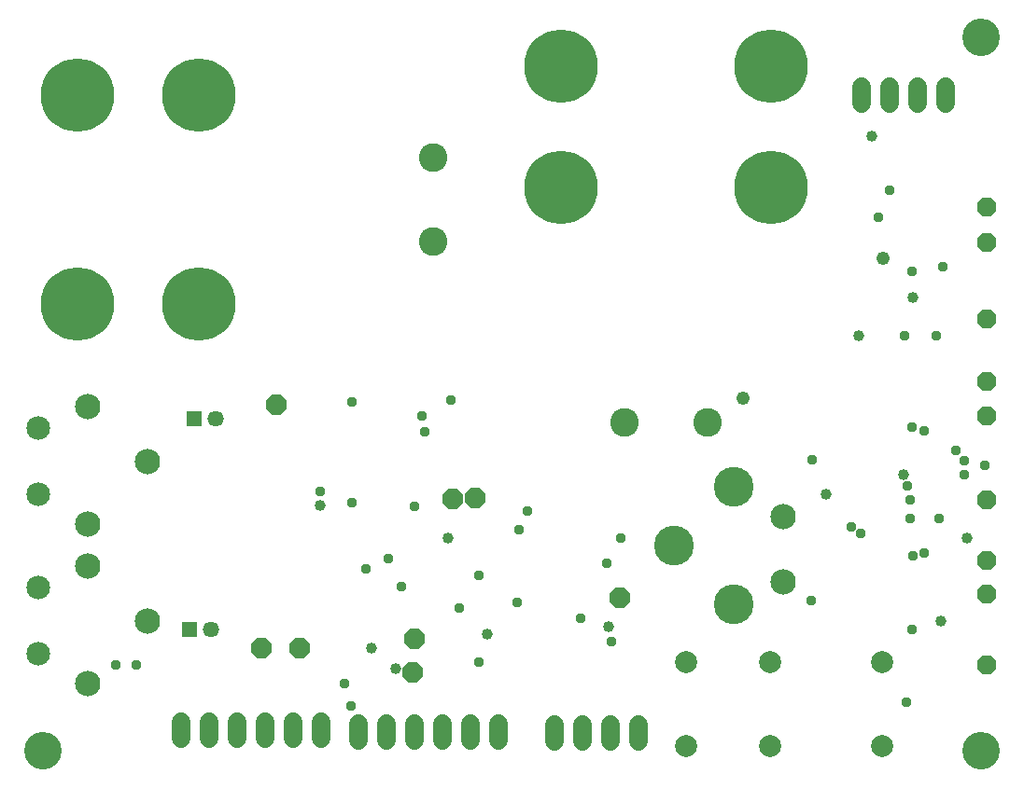
<source format=gbr>
G04 EAGLE Gerber RS-274X export*
G75*
%MOMM*%
%FSLAX34Y34*%
%LPD*%
%INSoldermask Bottom*%
%IPPOS*%
%AMOC8*
5,1,8,0,0,1.08239X$1,22.5*%
G01*
%ADD10C,3.403200*%
%ADD11P,1.951982X8X22.500000*%
%ADD12R,1.461200X1.461200*%
%ADD13C,1.461200*%
%ADD14C,6.665200*%
%ADD15C,2.603200*%
%ADD16C,2.303200*%
%ADD17C,2.153200*%
%ADD18C,2.003200*%
%ADD19C,1.711200*%
%ADD20C,3.603200*%
%ADD21P,1.869504X8X22.500000*%
%ADD22C,0.959600*%
%ADD23C,1.209600*%
%ADD24C,1.009600*%


D10*
X228600Y63500D03*
X1079500Y63500D03*
X1079500Y711200D03*
D11*
X563870Y134085D03*
X620430Y292600D03*
X426515Y156125D03*
X439820Y377395D03*
X600085Y292275D03*
X461420Y156815D03*
X751860Y202320D03*
X565500Y164505D03*
D12*
X361140Y173325D03*
D13*
X381140Y173325D03*
D12*
X365165Y364860D03*
D13*
X385165Y364860D03*
D14*
X259420Y468570D03*
X369420Y468570D03*
D15*
X582420Y525570D03*
X582420Y601570D03*
D14*
X369420Y658570D03*
X259420Y658570D03*
X698500Y684530D03*
X698500Y574530D03*
D15*
X755500Y361530D03*
X831500Y361530D03*
D14*
X888500Y574530D03*
X888500Y684530D03*
D16*
X268985Y231265D03*
X268985Y124265D03*
D17*
X223985Y211265D03*
X223985Y151265D03*
D16*
X322985Y181265D03*
D18*
X989265Y143315D03*
X887665Y143315D03*
X811465Y143315D03*
X811465Y67115D03*
X887665Y67115D03*
X989265Y67115D03*
D16*
X268985Y376045D03*
X268985Y269045D03*
D17*
X223985Y356045D03*
X223985Y296045D03*
D16*
X322985Y326045D03*
D19*
X971350Y651160D02*
X971350Y666240D01*
X996750Y666240D02*
X996750Y651160D01*
X1022150Y651160D02*
X1022150Y666240D01*
X1047550Y666240D02*
X1047550Y651160D01*
X768510Y87240D02*
X768510Y72160D01*
X743110Y72160D02*
X743110Y87240D01*
X717710Y87240D02*
X717710Y72160D01*
X692310Y72160D02*
X692310Y87240D01*
X641390Y87980D02*
X641390Y72900D01*
X615990Y72900D02*
X615990Y87980D01*
X590590Y87980D02*
X590590Y72900D01*
X565190Y72900D02*
X565190Y87980D01*
X539790Y87980D02*
X539790Y72900D01*
X514390Y72900D02*
X514390Y87980D01*
X480340Y89250D02*
X480340Y74170D01*
X454940Y74170D02*
X454940Y89250D01*
X429540Y89250D02*
X429540Y74170D01*
X404140Y74170D02*
X404140Y89250D01*
X378740Y89250D02*
X378740Y74170D01*
X353340Y74170D02*
X353340Y89250D01*
D16*
X899700Y276125D03*
D20*
X854700Y303125D03*
X800700Y249625D03*
X854700Y196125D03*
D16*
X899700Y216125D03*
D21*
X1084580Y524805D03*
X1084580Y455600D03*
X1084580Y367245D03*
X1084580Y291475D03*
X1084580Y141540D03*
X1084580Y556770D03*
X1084580Y398665D03*
X1084580Y236220D03*
X1084580Y205270D03*
D22*
X294480Y141105D03*
X312885Y141105D03*
X970280Y260350D03*
X1014730Y274320D03*
X1082874Y322580D03*
X1064260Y313690D03*
X501650Y124460D03*
X508000Y104140D03*
D23*
X990000Y510000D03*
X863750Y383750D03*
D22*
X565000Y285000D03*
X575000Y352500D03*
X598750Y381250D03*
X660000Y263750D03*
X623750Y222500D03*
X508750Y288750D03*
X508750Y380000D03*
X541250Y237500D03*
X480000Y298750D03*
X740000Y233750D03*
X752500Y256250D03*
X658750Y197500D03*
X667500Y281250D03*
X716250Y183750D03*
D24*
X480000Y286250D03*
X1017500Y475000D03*
X548750Y137500D03*
X596250Y256250D03*
X938750Y296250D03*
X631250Y168750D03*
X1066250Y256250D03*
X1008750Y313750D03*
X968750Y440000D03*
X980000Y621250D03*
X1042500Y181250D03*
X526250Y156250D03*
X741250Y176250D03*
D22*
X572500Y367500D03*
X553750Y212500D03*
X1011250Y107500D03*
X986250Y547500D03*
X1041250Y273750D03*
X1045000Y502500D03*
X1027500Y353790D03*
X1015000Y291250D03*
X1016250Y498750D03*
X1010000Y440000D03*
X996250Y572500D03*
X1012500Y303750D03*
X1016250Y357500D03*
X1056250Y336250D03*
X961325Y266740D03*
X1027500Y242500D03*
X623750Y143750D03*
X743750Y162500D03*
X606250Y192500D03*
X926250Y327500D03*
X1038750Y440000D03*
X521250Y228750D03*
X1063750Y326250D03*
X1017500Y240000D03*
X1016250Y173750D03*
X925000Y200000D03*
M02*

</source>
